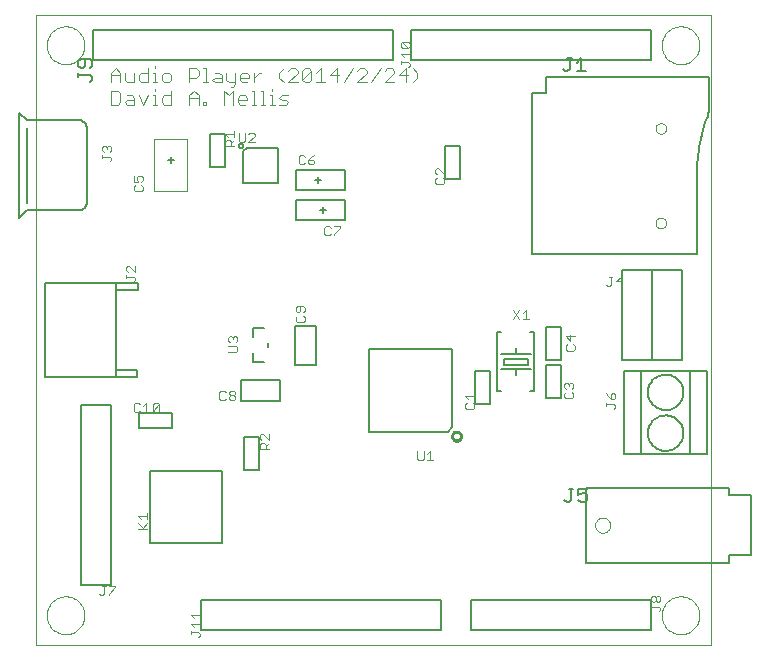
<source format=gto>
G75*
%MOIN*%
%OFA0B0*%
%FSLAX24Y24*%
%IPPOS*%
%LPD*%
%AMOC8*
5,1,8,0,0,1.08239X$1,22.5*
%
%ADD10C,0.0000*%
%ADD11C,0.0040*%
%ADD12C,0.0060*%
%ADD13C,0.0100*%
%ADD14C,0.0050*%
D10*
X004872Y000861D02*
X027372Y000861D01*
X027372Y021861D01*
X004872Y021861D01*
X004872Y000861D01*
X005242Y001861D02*
X005244Y001911D01*
X005250Y001961D01*
X005260Y002010D01*
X005274Y002058D01*
X005291Y002105D01*
X005312Y002150D01*
X005337Y002194D01*
X005365Y002235D01*
X005397Y002274D01*
X005431Y002311D01*
X005468Y002345D01*
X005508Y002375D01*
X005550Y002402D01*
X005594Y002426D01*
X005640Y002447D01*
X005687Y002463D01*
X005735Y002476D01*
X005785Y002485D01*
X005834Y002490D01*
X005885Y002491D01*
X005935Y002488D01*
X005984Y002481D01*
X006033Y002470D01*
X006081Y002455D01*
X006127Y002437D01*
X006172Y002415D01*
X006215Y002389D01*
X006256Y002360D01*
X006295Y002328D01*
X006331Y002293D01*
X006363Y002255D01*
X006393Y002215D01*
X006420Y002172D01*
X006443Y002128D01*
X006462Y002082D01*
X006478Y002034D01*
X006490Y001985D01*
X006498Y001936D01*
X006502Y001886D01*
X006502Y001836D01*
X006498Y001786D01*
X006490Y001737D01*
X006478Y001688D01*
X006462Y001640D01*
X006443Y001594D01*
X006420Y001550D01*
X006393Y001507D01*
X006363Y001467D01*
X006331Y001429D01*
X006295Y001394D01*
X006256Y001362D01*
X006215Y001333D01*
X006172Y001307D01*
X006127Y001285D01*
X006081Y001267D01*
X006033Y001252D01*
X005984Y001241D01*
X005935Y001234D01*
X005885Y001231D01*
X005834Y001232D01*
X005785Y001237D01*
X005735Y001246D01*
X005687Y001259D01*
X005640Y001275D01*
X005594Y001296D01*
X005550Y001320D01*
X005508Y001347D01*
X005468Y001377D01*
X005431Y001411D01*
X005397Y001448D01*
X005365Y001487D01*
X005337Y001528D01*
X005312Y001572D01*
X005291Y001617D01*
X005274Y001664D01*
X005260Y001712D01*
X005250Y001761D01*
X005244Y001811D01*
X005242Y001861D01*
X023522Y004861D02*
X023524Y004892D01*
X023530Y004923D01*
X023540Y004953D01*
X023553Y004981D01*
X023570Y005008D01*
X023590Y005032D01*
X023613Y005054D01*
X023638Y005072D01*
X023666Y005087D01*
X023695Y005099D01*
X023725Y005107D01*
X023756Y005111D01*
X023788Y005111D01*
X023819Y005107D01*
X023849Y005099D01*
X023878Y005087D01*
X023906Y005072D01*
X023931Y005054D01*
X023954Y005032D01*
X023974Y005008D01*
X023991Y004981D01*
X024004Y004953D01*
X024014Y004923D01*
X024020Y004892D01*
X024022Y004861D01*
X024020Y004830D01*
X024014Y004799D01*
X024004Y004769D01*
X023991Y004741D01*
X023974Y004714D01*
X023954Y004690D01*
X023931Y004668D01*
X023906Y004650D01*
X023878Y004635D01*
X023849Y004623D01*
X023819Y004615D01*
X023788Y004611D01*
X023756Y004611D01*
X023725Y004615D01*
X023695Y004623D01*
X023666Y004635D01*
X023638Y004650D01*
X023613Y004668D01*
X023590Y004690D01*
X023570Y004714D01*
X023553Y004741D01*
X023540Y004769D01*
X023530Y004799D01*
X023524Y004830D01*
X023522Y004861D01*
X025742Y001861D02*
X025744Y001911D01*
X025750Y001961D01*
X025760Y002010D01*
X025774Y002058D01*
X025791Y002105D01*
X025812Y002150D01*
X025837Y002194D01*
X025865Y002235D01*
X025897Y002274D01*
X025931Y002311D01*
X025968Y002345D01*
X026008Y002375D01*
X026050Y002402D01*
X026094Y002426D01*
X026140Y002447D01*
X026187Y002463D01*
X026235Y002476D01*
X026285Y002485D01*
X026334Y002490D01*
X026385Y002491D01*
X026435Y002488D01*
X026484Y002481D01*
X026533Y002470D01*
X026581Y002455D01*
X026627Y002437D01*
X026672Y002415D01*
X026715Y002389D01*
X026756Y002360D01*
X026795Y002328D01*
X026831Y002293D01*
X026863Y002255D01*
X026893Y002215D01*
X026920Y002172D01*
X026943Y002128D01*
X026962Y002082D01*
X026978Y002034D01*
X026990Y001985D01*
X026998Y001936D01*
X027002Y001886D01*
X027002Y001836D01*
X026998Y001786D01*
X026990Y001737D01*
X026978Y001688D01*
X026962Y001640D01*
X026943Y001594D01*
X026920Y001550D01*
X026893Y001507D01*
X026863Y001467D01*
X026831Y001429D01*
X026795Y001394D01*
X026756Y001362D01*
X026715Y001333D01*
X026672Y001307D01*
X026627Y001285D01*
X026581Y001267D01*
X026533Y001252D01*
X026484Y001241D01*
X026435Y001234D01*
X026385Y001231D01*
X026334Y001232D01*
X026285Y001237D01*
X026235Y001246D01*
X026187Y001259D01*
X026140Y001275D01*
X026094Y001296D01*
X026050Y001320D01*
X026008Y001347D01*
X025968Y001377D01*
X025931Y001411D01*
X025897Y001448D01*
X025865Y001487D01*
X025837Y001528D01*
X025812Y001572D01*
X025791Y001617D01*
X025774Y001664D01*
X025760Y001712D01*
X025750Y001761D01*
X025744Y001811D01*
X025742Y001861D01*
X025538Y014937D02*
X025540Y014963D01*
X025546Y014989D01*
X025555Y015013D01*
X025568Y015036D01*
X025585Y015056D01*
X025604Y015074D01*
X025626Y015089D01*
X025649Y015100D01*
X025674Y015108D01*
X025700Y015112D01*
X025726Y015112D01*
X025752Y015108D01*
X025777Y015100D01*
X025801Y015089D01*
X025822Y015074D01*
X025841Y015056D01*
X025858Y015036D01*
X025871Y015013D01*
X025880Y014989D01*
X025886Y014963D01*
X025888Y014937D01*
X025886Y014911D01*
X025880Y014885D01*
X025871Y014861D01*
X025858Y014838D01*
X025841Y014818D01*
X025822Y014800D01*
X025800Y014785D01*
X025777Y014774D01*
X025752Y014766D01*
X025726Y014762D01*
X025700Y014762D01*
X025674Y014766D01*
X025649Y014774D01*
X025625Y014785D01*
X025604Y014800D01*
X025585Y014818D01*
X025568Y014838D01*
X025555Y014861D01*
X025546Y014885D01*
X025540Y014911D01*
X025538Y014937D01*
X025538Y018087D02*
X025540Y018113D01*
X025546Y018139D01*
X025555Y018163D01*
X025568Y018186D01*
X025585Y018206D01*
X025604Y018224D01*
X025626Y018239D01*
X025649Y018250D01*
X025674Y018258D01*
X025700Y018262D01*
X025726Y018262D01*
X025752Y018258D01*
X025777Y018250D01*
X025801Y018239D01*
X025822Y018224D01*
X025841Y018206D01*
X025858Y018186D01*
X025871Y018163D01*
X025880Y018139D01*
X025886Y018113D01*
X025888Y018087D01*
X025886Y018061D01*
X025880Y018035D01*
X025871Y018011D01*
X025858Y017988D01*
X025841Y017968D01*
X025822Y017950D01*
X025800Y017935D01*
X025777Y017924D01*
X025752Y017916D01*
X025726Y017912D01*
X025700Y017912D01*
X025674Y017916D01*
X025649Y017924D01*
X025625Y017935D01*
X025604Y017950D01*
X025585Y017968D01*
X025568Y017988D01*
X025555Y018011D01*
X025546Y018035D01*
X025540Y018061D01*
X025538Y018087D01*
X025742Y020861D02*
X025744Y020911D01*
X025750Y020961D01*
X025760Y021010D01*
X025774Y021058D01*
X025791Y021105D01*
X025812Y021150D01*
X025837Y021194D01*
X025865Y021235D01*
X025897Y021274D01*
X025931Y021311D01*
X025968Y021345D01*
X026008Y021375D01*
X026050Y021402D01*
X026094Y021426D01*
X026140Y021447D01*
X026187Y021463D01*
X026235Y021476D01*
X026285Y021485D01*
X026334Y021490D01*
X026385Y021491D01*
X026435Y021488D01*
X026484Y021481D01*
X026533Y021470D01*
X026581Y021455D01*
X026627Y021437D01*
X026672Y021415D01*
X026715Y021389D01*
X026756Y021360D01*
X026795Y021328D01*
X026831Y021293D01*
X026863Y021255D01*
X026893Y021215D01*
X026920Y021172D01*
X026943Y021128D01*
X026962Y021082D01*
X026978Y021034D01*
X026990Y020985D01*
X026998Y020936D01*
X027002Y020886D01*
X027002Y020836D01*
X026998Y020786D01*
X026990Y020737D01*
X026978Y020688D01*
X026962Y020640D01*
X026943Y020594D01*
X026920Y020550D01*
X026893Y020507D01*
X026863Y020467D01*
X026831Y020429D01*
X026795Y020394D01*
X026756Y020362D01*
X026715Y020333D01*
X026672Y020307D01*
X026627Y020285D01*
X026581Y020267D01*
X026533Y020252D01*
X026484Y020241D01*
X026435Y020234D01*
X026385Y020231D01*
X026334Y020232D01*
X026285Y020237D01*
X026235Y020246D01*
X026187Y020259D01*
X026140Y020275D01*
X026094Y020296D01*
X026050Y020320D01*
X026008Y020347D01*
X025968Y020377D01*
X025931Y020411D01*
X025897Y020448D01*
X025865Y020487D01*
X025837Y020528D01*
X025812Y020572D01*
X025791Y020617D01*
X025774Y020664D01*
X025760Y020712D01*
X025750Y020761D01*
X025744Y020811D01*
X025742Y020861D01*
X005242Y020861D02*
X005244Y020911D01*
X005250Y020961D01*
X005260Y021010D01*
X005274Y021058D01*
X005291Y021105D01*
X005312Y021150D01*
X005337Y021194D01*
X005365Y021235D01*
X005397Y021274D01*
X005431Y021311D01*
X005468Y021345D01*
X005508Y021375D01*
X005550Y021402D01*
X005594Y021426D01*
X005640Y021447D01*
X005687Y021463D01*
X005735Y021476D01*
X005785Y021485D01*
X005834Y021490D01*
X005885Y021491D01*
X005935Y021488D01*
X005984Y021481D01*
X006033Y021470D01*
X006081Y021455D01*
X006127Y021437D01*
X006172Y021415D01*
X006215Y021389D01*
X006256Y021360D01*
X006295Y021328D01*
X006331Y021293D01*
X006363Y021255D01*
X006393Y021215D01*
X006420Y021172D01*
X006443Y021128D01*
X006462Y021082D01*
X006478Y021034D01*
X006490Y020985D01*
X006498Y020936D01*
X006502Y020886D01*
X006502Y020836D01*
X006498Y020786D01*
X006490Y020737D01*
X006478Y020688D01*
X006462Y020640D01*
X006443Y020594D01*
X006420Y020550D01*
X006393Y020507D01*
X006363Y020467D01*
X006331Y020429D01*
X006295Y020394D01*
X006256Y020362D01*
X006215Y020333D01*
X006172Y020307D01*
X006127Y020285D01*
X006081Y020267D01*
X006033Y020252D01*
X005984Y020241D01*
X005935Y020234D01*
X005885Y020231D01*
X005834Y020232D01*
X005785Y020237D01*
X005735Y020246D01*
X005687Y020259D01*
X005640Y020275D01*
X005594Y020296D01*
X005550Y020320D01*
X005508Y020347D01*
X005468Y020377D01*
X005431Y020411D01*
X005397Y020448D01*
X005365Y020487D01*
X005337Y020528D01*
X005312Y020572D01*
X005291Y020617D01*
X005274Y020664D01*
X005260Y020712D01*
X005250Y020761D01*
X005244Y020811D01*
X005242Y020861D01*
D11*
X007392Y019938D02*
X007392Y019631D01*
X007392Y019861D02*
X007699Y019861D01*
X007699Y019938D02*
X007699Y019631D01*
X007852Y019707D02*
X007929Y019631D01*
X008159Y019631D01*
X008159Y019938D01*
X008313Y019861D02*
X008313Y019707D01*
X008389Y019631D01*
X008620Y019631D01*
X008620Y020091D01*
X008620Y019938D02*
X008389Y019938D01*
X008313Y019861D01*
X008773Y019938D02*
X008850Y019938D01*
X008850Y019631D01*
X008773Y019631D02*
X008927Y019631D01*
X009080Y019707D02*
X009157Y019631D01*
X009310Y019631D01*
X009387Y019707D01*
X009387Y019861D01*
X009310Y019938D01*
X009157Y019938D01*
X009080Y019861D01*
X009080Y019707D01*
X008850Y019418D02*
X008850Y019341D01*
X008850Y019188D02*
X008850Y018881D01*
X008773Y018881D02*
X008927Y018881D01*
X009080Y018957D02*
X009157Y018881D01*
X009387Y018881D01*
X009387Y019341D01*
X009387Y019188D02*
X009157Y019188D01*
X009080Y019111D01*
X009080Y018957D01*
X008850Y019188D02*
X008773Y019188D01*
X008620Y019188D02*
X008466Y018881D01*
X008313Y019188D01*
X008159Y019111D02*
X008159Y018881D01*
X007929Y018881D01*
X007852Y018957D01*
X007929Y019034D01*
X008159Y019034D01*
X008159Y019111D02*
X008083Y019188D01*
X007929Y019188D01*
X007699Y019264D02*
X007699Y018957D01*
X007622Y018881D01*
X007392Y018881D01*
X007392Y019341D01*
X007622Y019341D01*
X007699Y019264D01*
X007852Y019707D02*
X007852Y019938D01*
X007699Y019938D02*
X007545Y020091D01*
X007392Y019938D01*
X008850Y020091D02*
X008850Y020168D01*
X010001Y020091D02*
X010001Y019631D01*
X010001Y019784D02*
X010231Y019784D01*
X010308Y019861D01*
X010308Y020014D01*
X010231Y020091D01*
X010001Y020091D01*
X010461Y020091D02*
X010538Y020091D01*
X010538Y019631D01*
X010461Y019631D02*
X010615Y019631D01*
X010768Y019707D02*
X010845Y019784D01*
X011075Y019784D01*
X011075Y019861D02*
X011075Y019631D01*
X010845Y019631D01*
X010768Y019707D01*
X010845Y019938D02*
X010998Y019938D01*
X011075Y019861D01*
X011229Y019938D02*
X011229Y019707D01*
X011305Y019631D01*
X011535Y019631D01*
X011535Y019554D02*
X011459Y019477D01*
X011382Y019477D01*
X011459Y019341D02*
X011305Y019188D01*
X011152Y019341D01*
X011152Y018881D01*
X011459Y018881D02*
X011459Y019341D01*
X011535Y019554D02*
X011535Y019938D01*
X011689Y019861D02*
X011766Y019938D01*
X011919Y019938D01*
X011996Y019861D01*
X011996Y019784D01*
X011689Y019784D01*
X011689Y019707D02*
X011689Y019861D01*
X011689Y019707D02*
X011766Y019631D01*
X011919Y019631D01*
X012149Y019631D02*
X012149Y019938D01*
X012303Y019938D02*
X012380Y019938D01*
X012303Y019938D02*
X012149Y019784D01*
X012149Y019341D02*
X012149Y018881D01*
X012073Y018881D02*
X012226Y018881D01*
X012380Y018881D02*
X012533Y018881D01*
X012456Y018881D02*
X012456Y019341D01*
X012380Y019341D01*
X012149Y019341D02*
X012073Y019341D01*
X011919Y019111D02*
X011919Y019034D01*
X011612Y019034D01*
X011612Y018957D02*
X011612Y019111D01*
X011689Y019188D01*
X011842Y019188D01*
X011919Y019111D01*
X011842Y018881D02*
X011689Y018881D01*
X011612Y018957D01*
X010538Y018957D02*
X010538Y018881D01*
X010461Y018881D01*
X010461Y018957D01*
X010538Y018957D01*
X010308Y018881D02*
X010308Y019188D01*
X010154Y019341D01*
X010001Y019188D01*
X010001Y018881D01*
X010001Y019111D02*
X010308Y019111D01*
X011192Y017912D02*
X011502Y017912D01*
X011502Y018015D02*
X011502Y017808D01*
X011502Y017693D02*
X011399Y017590D01*
X011399Y017641D02*
X011399Y017486D01*
X011502Y017486D02*
X011192Y017486D01*
X011192Y017641D01*
X011243Y017693D01*
X011347Y017693D01*
X011399Y017641D01*
X011295Y017808D02*
X011192Y017912D01*
X011642Y017941D02*
X011642Y017682D01*
X011694Y017631D01*
X011797Y017631D01*
X011849Y017682D01*
X011849Y017941D01*
X011964Y017889D02*
X012016Y017941D01*
X012119Y017941D01*
X012171Y017889D01*
X012171Y017838D01*
X011964Y017631D01*
X012171Y017631D01*
X012686Y018881D02*
X012840Y018881D01*
X012763Y018881D02*
X012763Y019188D01*
X012686Y019188D01*
X012763Y019341D02*
X012763Y019418D01*
X013070Y019188D02*
X013300Y019188D01*
X013224Y019034D02*
X013070Y019034D01*
X012993Y019111D01*
X013070Y019188D01*
X013224Y019034D02*
X013300Y018957D01*
X013224Y018881D01*
X012993Y018881D01*
X013147Y019631D02*
X012993Y019784D01*
X012993Y019938D01*
X013147Y020091D01*
X013300Y020014D02*
X013377Y020091D01*
X013531Y020091D01*
X013607Y020014D01*
X013607Y019938D01*
X013300Y019631D01*
X013607Y019631D01*
X013761Y019707D02*
X014068Y020014D01*
X014068Y019707D01*
X013991Y019631D01*
X013837Y019631D01*
X013761Y019707D01*
X013761Y020014D01*
X013837Y020091D01*
X013991Y020091D01*
X014068Y020014D01*
X014221Y019938D02*
X014375Y020091D01*
X014375Y019631D01*
X014528Y019631D02*
X014221Y019631D01*
X014681Y019861D02*
X014988Y019861D01*
X014912Y019631D02*
X014912Y020091D01*
X014681Y019861D01*
X015142Y019631D02*
X015449Y020091D01*
X015602Y020014D02*
X015679Y020091D01*
X015832Y020091D01*
X015909Y020014D01*
X015909Y019938D01*
X015602Y019631D01*
X015909Y019631D01*
X016063Y019631D02*
X016370Y020091D01*
X016523Y020014D02*
X016600Y020091D01*
X016753Y020091D01*
X016830Y020014D01*
X016830Y019938D01*
X016523Y019631D01*
X016830Y019631D01*
X016983Y019861D02*
X017290Y019861D01*
X017214Y019631D02*
X017214Y020091D01*
X016983Y019861D01*
X017042Y020234D02*
X017042Y020338D01*
X017042Y020286D02*
X017300Y020286D01*
X017352Y020234D01*
X017352Y020182D01*
X017300Y020131D01*
X017444Y020091D02*
X017597Y019938D01*
X017597Y019784D01*
X017444Y019631D01*
X017352Y020453D02*
X017352Y020660D01*
X017352Y020556D02*
X017042Y020556D01*
X017145Y020453D01*
X017093Y020775D02*
X017042Y020827D01*
X017042Y020930D01*
X017093Y020982D01*
X017300Y020775D01*
X017352Y020827D01*
X017352Y020930D01*
X017300Y020982D01*
X017093Y020982D01*
X017093Y020775D02*
X017300Y020775D01*
X014166Y017200D02*
X014063Y017148D01*
X013959Y017045D01*
X014114Y017045D01*
X014166Y016993D01*
X014166Y016941D01*
X014114Y016890D01*
X014011Y016890D01*
X013959Y016941D01*
X013959Y017045D01*
X013844Y017148D02*
X013792Y017200D01*
X013689Y017200D01*
X013637Y017148D01*
X013637Y016941D01*
X013689Y016890D01*
X013792Y016890D01*
X013844Y016941D01*
X014554Y014832D02*
X014502Y014780D01*
X014502Y014574D01*
X014554Y014522D01*
X014657Y014522D01*
X014709Y014574D01*
X014825Y014574D02*
X014825Y014522D01*
X014825Y014574D02*
X015031Y014780D01*
X015031Y014832D01*
X014825Y014832D01*
X014709Y014780D02*
X014657Y014832D01*
X014554Y014832D01*
X018192Y016282D02*
X018243Y016231D01*
X018450Y016231D01*
X018502Y016282D01*
X018502Y016386D01*
X018450Y016438D01*
X018502Y016553D02*
X018295Y016760D01*
X018243Y016760D01*
X018192Y016708D01*
X018192Y016605D01*
X018243Y016553D01*
X018243Y016438D02*
X018192Y016386D01*
X018192Y016282D01*
X018502Y016553D02*
X018502Y016760D01*
X023995Y013141D02*
X024099Y013141D01*
X024047Y013141D02*
X024047Y012882D01*
X023995Y012831D01*
X023944Y012831D01*
X023892Y012882D01*
X024214Y012986D02*
X024421Y012986D01*
X024369Y012831D02*
X024369Y013141D01*
X024214Y012986D01*
X022852Y011158D02*
X022542Y011158D01*
X022697Y011003D01*
X022697Y011210D01*
X022800Y010888D02*
X022852Y010836D01*
X022852Y010732D01*
X022800Y010681D01*
X022593Y010681D01*
X022542Y010732D01*
X022542Y010836D01*
X022593Y010888D01*
X021321Y011731D02*
X021114Y011731D01*
X021218Y011731D02*
X021218Y012041D01*
X021114Y011938D01*
X020999Y012041D02*
X020792Y011731D01*
X020999Y011731D02*
X020792Y012041D01*
X022543Y009615D02*
X022595Y009615D01*
X022647Y009564D01*
X022699Y009615D01*
X022750Y009615D01*
X022802Y009564D01*
X022802Y009460D01*
X022750Y009408D01*
X022750Y009293D02*
X022802Y009241D01*
X022802Y009138D01*
X022750Y009086D01*
X022543Y009086D01*
X022492Y009138D01*
X022492Y009241D01*
X022543Y009293D01*
X022543Y009408D02*
X022492Y009460D01*
X022492Y009564D01*
X022543Y009615D01*
X022647Y009564D02*
X022647Y009512D01*
X023892Y009265D02*
X023943Y009162D01*
X024047Y009058D01*
X024047Y009214D01*
X024099Y009265D01*
X024150Y009265D01*
X024202Y009214D01*
X024202Y009110D01*
X024150Y009058D01*
X024047Y009058D01*
X023892Y008943D02*
X023892Y008840D01*
X023892Y008891D02*
X024150Y008891D01*
X024202Y008840D01*
X024202Y008788D01*
X024150Y008736D01*
X019502Y008782D02*
X019502Y008886D01*
X019450Y008938D01*
X019502Y009053D02*
X019502Y009260D01*
X019502Y009156D02*
X019192Y009156D01*
X019295Y009053D01*
X019243Y008938D02*
X019192Y008886D01*
X019192Y008782D01*
X019243Y008731D01*
X019450Y008731D01*
X019502Y008782D01*
X018023Y007341D02*
X018023Y007031D01*
X017920Y007031D02*
X018127Y007031D01*
X017920Y007238D02*
X018023Y007341D01*
X017804Y007341D02*
X017804Y007082D01*
X017753Y007031D01*
X017649Y007031D01*
X017597Y007082D01*
X017597Y007341D01*
X012652Y007386D02*
X012342Y007386D01*
X012342Y007541D01*
X012393Y007593D01*
X012497Y007593D01*
X012549Y007541D01*
X012549Y007386D01*
X012549Y007490D02*
X012652Y007593D01*
X012652Y007708D02*
X012445Y007915D01*
X012393Y007915D01*
X012342Y007864D01*
X012342Y007760D01*
X012393Y007708D01*
X012652Y007708D02*
X012652Y007915D01*
X011527Y009082D02*
X011475Y009031D01*
X011371Y009031D01*
X011320Y009082D01*
X011320Y009134D01*
X011371Y009186D01*
X011475Y009186D01*
X011527Y009134D01*
X011527Y009082D01*
X011475Y009186D02*
X011527Y009238D01*
X011527Y009289D01*
X011475Y009341D01*
X011371Y009341D01*
X011320Y009289D01*
X011320Y009238D01*
X011371Y009186D01*
X011204Y009289D02*
X011153Y009341D01*
X011049Y009341D01*
X010997Y009289D01*
X010997Y009082D01*
X011049Y009031D01*
X011153Y009031D01*
X011204Y009082D01*
X011292Y010631D02*
X011550Y010631D01*
X011602Y010682D01*
X011602Y010786D01*
X011550Y010838D01*
X011292Y010838D01*
X011343Y010953D02*
X011292Y011005D01*
X011292Y011108D01*
X011343Y011160D01*
X011395Y011160D01*
X011447Y011108D01*
X011499Y011160D01*
X011550Y011160D01*
X011602Y011108D01*
X011602Y011005D01*
X011550Y010953D01*
X011447Y011056D02*
X011447Y011108D01*
X013542Y011682D02*
X013593Y011631D01*
X013800Y011631D01*
X013852Y011682D01*
X013852Y011786D01*
X013800Y011838D01*
X013800Y011953D02*
X013852Y012005D01*
X013852Y012108D01*
X013800Y012160D01*
X013593Y012160D01*
X013542Y012108D01*
X013542Y012005D01*
X013593Y011953D01*
X013645Y011953D01*
X013697Y012005D01*
X013697Y012160D01*
X013593Y011838D02*
X013542Y011786D01*
X013542Y011682D01*
X008993Y008889D02*
X008993Y008682D01*
X008942Y008631D01*
X008838Y008631D01*
X008786Y008682D01*
X008993Y008889D01*
X008942Y008941D01*
X008838Y008941D01*
X008786Y008889D01*
X008786Y008682D01*
X008671Y008631D02*
X008464Y008631D01*
X008568Y008631D02*
X008568Y008941D01*
X008464Y008838D01*
X008349Y008889D02*
X008297Y008941D01*
X008194Y008941D01*
X008142Y008889D01*
X008142Y008682D01*
X008194Y008631D01*
X008297Y008631D01*
X008349Y008682D01*
X008602Y005260D02*
X008602Y005053D01*
X008602Y005156D02*
X008292Y005156D01*
X008395Y005053D01*
X008292Y004938D02*
X008499Y004731D01*
X008447Y004782D02*
X008602Y004938D01*
X008602Y004731D02*
X008292Y004731D01*
X007527Y002841D02*
X007527Y002789D01*
X007320Y002582D01*
X007320Y002531D01*
X007153Y002582D02*
X007153Y002841D01*
X007204Y002841D02*
X007101Y002841D01*
X007320Y002841D02*
X007527Y002841D01*
X007153Y002582D02*
X007101Y002531D01*
X007049Y002531D01*
X006997Y002582D01*
X010042Y001879D02*
X010352Y001879D01*
X010352Y001982D02*
X010352Y001775D01*
X010352Y001660D02*
X010352Y001453D01*
X010352Y001556D02*
X010042Y001556D01*
X010145Y001453D01*
X010042Y001338D02*
X010042Y001234D01*
X010042Y001286D02*
X010300Y001286D01*
X010352Y001234D01*
X010352Y001182D01*
X010300Y001131D01*
X010145Y001775D02*
X010042Y001879D01*
X025392Y002090D02*
X025392Y002193D01*
X025392Y002141D02*
X025650Y002141D01*
X025702Y002090D01*
X025702Y002038D01*
X025650Y001986D01*
X025650Y002308D02*
X025599Y002308D01*
X025547Y002360D01*
X025547Y002464D01*
X025599Y002515D01*
X025650Y002515D01*
X025702Y002464D01*
X025702Y002360D01*
X025650Y002308D01*
X025547Y002360D02*
X025495Y002308D01*
X025443Y002308D01*
X025392Y002360D01*
X025392Y002464D01*
X025443Y002515D01*
X025495Y002515D01*
X025547Y002464D01*
X008202Y013038D02*
X008150Y012986D01*
X008202Y013038D02*
X008202Y013090D01*
X008150Y013141D01*
X007892Y013141D01*
X007892Y013090D02*
X007892Y013193D01*
X007943Y013308D02*
X007892Y013360D01*
X007892Y013464D01*
X007943Y013515D01*
X007995Y013515D01*
X008202Y013308D01*
X008202Y013515D01*
X008193Y015986D02*
X008400Y015986D01*
X008452Y016038D01*
X008452Y016141D01*
X008400Y016193D01*
X008400Y016308D02*
X008452Y016360D01*
X008452Y016464D01*
X008400Y016515D01*
X008297Y016515D01*
X008245Y016464D01*
X008245Y016412D01*
X008297Y016308D01*
X008142Y016308D01*
X008142Y016515D01*
X008193Y016193D02*
X008142Y016141D01*
X008142Y016038D01*
X008193Y015986D01*
X008822Y015986D02*
X008822Y017736D01*
X009922Y017736D01*
X009922Y015986D01*
X008822Y015986D01*
X007402Y017038D02*
X007402Y017090D01*
X007350Y017141D01*
X007092Y017141D01*
X007092Y017090D02*
X007092Y017193D01*
X007143Y017308D02*
X007092Y017360D01*
X007092Y017464D01*
X007143Y017515D01*
X007195Y017515D01*
X007247Y017464D01*
X007299Y017515D01*
X007350Y017515D01*
X007402Y017464D01*
X007402Y017360D01*
X007350Y017308D01*
X007247Y017412D02*
X007247Y017464D01*
X007402Y017038D02*
X007350Y016986D01*
D12*
X015992Y010741D02*
X018752Y010741D01*
X018752Y008121D01*
X018612Y007981D01*
X015992Y007981D01*
X015992Y010741D01*
X022649Y006081D02*
X022796Y006081D01*
X022722Y006081D02*
X022722Y005714D01*
X022649Y005641D01*
X022575Y005641D01*
X022502Y005714D01*
X022962Y005714D02*
X023036Y005641D01*
X023183Y005641D01*
X023256Y005714D01*
X023256Y005861D01*
X023183Y005934D01*
X023109Y005934D01*
X022962Y005861D01*
X022962Y006081D01*
X023256Y006081D01*
X023206Y019991D02*
X022912Y019991D01*
X023059Y019991D02*
X023059Y020431D01*
X022912Y020284D01*
X022746Y020431D02*
X022599Y020431D01*
X022672Y020431D02*
X022672Y020064D01*
X022599Y019991D01*
X022525Y019991D01*
X022452Y020064D01*
D13*
X018752Y007831D02*
X018754Y007855D01*
X018760Y007879D01*
X018769Y007901D01*
X018782Y007921D01*
X018798Y007939D01*
X018817Y007954D01*
X018838Y007967D01*
X018860Y007975D01*
X018884Y007980D01*
X018908Y007981D01*
X018932Y007978D01*
X018955Y007971D01*
X018977Y007961D01*
X018997Y007947D01*
X019014Y007930D01*
X019029Y007911D01*
X019040Y007890D01*
X019048Y007867D01*
X019052Y007843D01*
X019052Y007819D01*
X019048Y007795D01*
X019040Y007772D01*
X019029Y007751D01*
X019014Y007732D01*
X018997Y007715D01*
X018977Y007701D01*
X018955Y007691D01*
X018932Y007684D01*
X018908Y007681D01*
X018884Y007682D01*
X018860Y007687D01*
X018838Y007695D01*
X018817Y007708D01*
X018798Y007723D01*
X018782Y007741D01*
X018769Y007761D01*
X018760Y007783D01*
X018754Y007807D01*
X018752Y007831D01*
D14*
X019522Y008911D02*
X020022Y008911D01*
X020022Y010011D01*
X019522Y010011D01*
X019522Y008911D01*
X020242Y009326D02*
X020400Y009326D01*
X020242Y009326D02*
X020242Y011295D01*
X020400Y011295D01*
X020872Y010761D02*
X020872Y010561D01*
X020372Y010561D01*
X020472Y010411D02*
X020472Y010211D01*
X021272Y010211D01*
X021272Y010411D01*
X020472Y010411D01*
X020872Y010561D02*
X021372Y010561D01*
X021372Y010061D02*
X020872Y010061D01*
X020872Y009861D01*
X020872Y010061D02*
X020372Y010061D01*
X021344Y009326D02*
X021502Y009326D01*
X021502Y011295D01*
X021344Y011295D01*
X021872Y011461D02*
X022372Y011461D01*
X022372Y010361D01*
X021872Y010361D01*
X021872Y011461D01*
X021872Y010211D02*
X022372Y010211D01*
X022372Y009111D01*
X021872Y009111D01*
X021872Y010211D01*
X024422Y010361D02*
X024422Y013361D01*
X025422Y013361D01*
X025422Y010361D01*
X024422Y010361D01*
X024494Y009989D02*
X025045Y009989D01*
X025045Y007233D01*
X024494Y007233D01*
X024494Y009989D01*
X025045Y009989D02*
X026699Y009989D01*
X026699Y007233D01*
X025045Y007233D01*
X025281Y007930D02*
X025283Y007978D01*
X025289Y008026D01*
X025299Y008073D01*
X025312Y008119D01*
X025330Y008164D01*
X025350Y008208D01*
X025375Y008250D01*
X025403Y008289D01*
X025433Y008326D01*
X025467Y008360D01*
X025504Y008392D01*
X025542Y008421D01*
X025583Y008446D01*
X025626Y008468D01*
X025671Y008486D01*
X025717Y008500D01*
X025764Y008511D01*
X025812Y008518D01*
X025860Y008521D01*
X025908Y008520D01*
X025956Y008515D01*
X026004Y008506D01*
X026050Y008494D01*
X026095Y008477D01*
X026139Y008457D01*
X026181Y008434D01*
X026221Y008407D01*
X026259Y008377D01*
X026294Y008344D01*
X026326Y008308D01*
X026356Y008270D01*
X026382Y008229D01*
X026404Y008186D01*
X026424Y008142D01*
X026439Y008097D01*
X026451Y008050D01*
X026459Y008002D01*
X026463Y007954D01*
X026463Y007906D01*
X026459Y007858D01*
X026451Y007810D01*
X026439Y007763D01*
X026424Y007718D01*
X026404Y007674D01*
X026382Y007631D01*
X026356Y007590D01*
X026326Y007552D01*
X026294Y007516D01*
X026259Y007483D01*
X026221Y007453D01*
X026181Y007426D01*
X026139Y007403D01*
X026095Y007383D01*
X026050Y007366D01*
X026004Y007354D01*
X025956Y007345D01*
X025908Y007340D01*
X025860Y007339D01*
X025812Y007342D01*
X025764Y007349D01*
X025717Y007360D01*
X025671Y007374D01*
X025626Y007392D01*
X025583Y007414D01*
X025542Y007439D01*
X025504Y007468D01*
X025467Y007500D01*
X025433Y007534D01*
X025403Y007571D01*
X025375Y007610D01*
X025350Y007652D01*
X025330Y007696D01*
X025312Y007741D01*
X025299Y007787D01*
X025289Y007834D01*
X025283Y007882D01*
X025281Y007930D01*
X026699Y007233D02*
X027250Y007233D01*
X027250Y009989D01*
X026699Y009989D01*
X026422Y010361D02*
X025422Y010361D01*
X026422Y010361D02*
X026422Y013361D01*
X025422Y013361D01*
X026922Y013911D02*
X021422Y013911D01*
X021422Y019261D01*
X021872Y019261D01*
X021872Y019811D01*
X027322Y019811D01*
X027322Y018814D01*
X027321Y018757D01*
X027316Y018699D01*
X027309Y018642D01*
X027298Y018586D01*
X027285Y018530D01*
X027269Y018475D01*
X027250Y018420D01*
X026922Y016641D02*
X026922Y013911D01*
X026922Y016641D02*
X026924Y016781D01*
X026930Y016921D01*
X026940Y017060D01*
X026953Y017200D01*
X026971Y017339D01*
X026992Y017477D01*
X027018Y017615D01*
X027047Y017752D01*
X027080Y017888D01*
X027117Y018023D01*
X027157Y018157D01*
X027202Y018289D01*
X027250Y018421D01*
X025372Y020361D02*
X017372Y020361D01*
X017372Y021361D01*
X025372Y021361D01*
X025372Y020361D01*
X019022Y017511D02*
X019022Y016411D01*
X018522Y016411D01*
X018522Y017511D01*
X019022Y017511D01*
X015197Y016686D02*
X015197Y016036D01*
X013547Y016036D01*
X013547Y016686D01*
X015197Y016686D01*
X014397Y016361D02*
X014197Y016361D01*
X014297Y016261D02*
X014297Y016461D01*
X013547Y015686D02*
X015197Y015686D01*
X015197Y015036D01*
X013547Y015036D01*
X013547Y015686D01*
X012962Y016270D02*
X011781Y016270D01*
X011781Y017323D01*
X011909Y017451D01*
X012962Y017451D01*
X012962Y016270D01*
X014347Y015361D02*
X014547Y015361D01*
X014447Y015461D02*
X014447Y015261D01*
X011642Y017511D02*
X011644Y017528D01*
X011649Y017545D01*
X011658Y017559D01*
X011670Y017572D01*
X011685Y017582D01*
X011701Y017588D01*
X011718Y017591D01*
X011735Y017590D01*
X011752Y017585D01*
X011767Y017577D01*
X011780Y017566D01*
X011791Y017552D01*
X011798Y017537D01*
X011802Y017520D01*
X011802Y017502D01*
X011798Y017485D01*
X011791Y017470D01*
X011780Y017456D01*
X011767Y017445D01*
X011752Y017437D01*
X011735Y017432D01*
X011718Y017431D01*
X011701Y017434D01*
X011685Y017440D01*
X011670Y017450D01*
X011658Y017463D01*
X011649Y017477D01*
X011644Y017494D01*
X011642Y017511D01*
X011172Y017911D02*
X010672Y017911D01*
X010672Y016811D01*
X011172Y016811D01*
X011172Y017911D01*
X009472Y017036D02*
X009272Y017036D01*
X009372Y017136D02*
X009372Y016936D01*
X006572Y018111D02*
X006572Y015611D01*
X006570Y015581D01*
X006565Y015551D01*
X006556Y015522D01*
X006543Y015495D01*
X006528Y015469D01*
X006509Y015445D01*
X006488Y015424D01*
X006464Y015405D01*
X006438Y015390D01*
X006411Y015377D01*
X006382Y015368D01*
X006352Y015363D01*
X006322Y015361D01*
X004572Y015361D01*
X004322Y015111D01*
X004322Y018611D01*
X004572Y018361D01*
X006322Y018361D01*
X006352Y018359D01*
X006382Y018354D01*
X006411Y018345D01*
X006438Y018332D01*
X006464Y018317D01*
X006488Y018298D01*
X006509Y018277D01*
X006528Y018253D01*
X006543Y018227D01*
X006556Y018200D01*
X006565Y018171D01*
X006570Y018141D01*
X006572Y018111D01*
X004572Y018111D02*
X004572Y015611D01*
X005191Y012935D02*
X007553Y012935D01*
X008272Y012935D01*
X008272Y012699D01*
X007553Y012699D01*
X007553Y010022D01*
X008262Y010022D01*
X008262Y009786D01*
X007553Y009786D01*
X005191Y009786D01*
X005191Y012935D01*
X007553Y012935D02*
X007553Y012699D01*
X007553Y010022D02*
X007553Y009786D01*
X007372Y008861D02*
X006372Y008861D01*
X006372Y002861D01*
X007372Y002861D01*
X007372Y008861D01*
X008322Y008611D02*
X008322Y008111D01*
X009422Y008111D01*
X009422Y008611D01*
X008322Y008611D01*
X008672Y006661D02*
X011072Y006661D01*
X011072Y004261D01*
X008672Y004261D01*
X008672Y006661D01*
X011822Y006711D02*
X011822Y007811D01*
X012322Y007811D01*
X012322Y006711D01*
X011822Y006711D01*
X011722Y009011D02*
X013022Y009011D01*
X013022Y009711D01*
X011722Y009711D01*
X011722Y009011D01*
X012122Y010286D02*
X012472Y010286D01*
X012122Y010286D02*
X012122Y010586D01*
X012622Y010786D02*
X012622Y010936D01*
X012122Y011136D02*
X012122Y011436D01*
X012472Y011436D01*
X013522Y011511D02*
X013522Y010211D01*
X014222Y010211D01*
X014222Y011511D01*
X013522Y011511D01*
X023222Y006111D02*
X023222Y003611D01*
X027972Y003611D01*
X027972Y003861D01*
X028722Y003861D01*
X028722Y005861D01*
X027972Y005861D01*
X027972Y006111D01*
X023222Y006111D01*
X025281Y009292D02*
X025283Y009340D01*
X025289Y009388D01*
X025299Y009435D01*
X025312Y009481D01*
X025330Y009526D01*
X025350Y009570D01*
X025375Y009612D01*
X025403Y009651D01*
X025433Y009688D01*
X025467Y009722D01*
X025504Y009754D01*
X025542Y009783D01*
X025583Y009808D01*
X025626Y009830D01*
X025671Y009848D01*
X025717Y009862D01*
X025764Y009873D01*
X025812Y009880D01*
X025860Y009883D01*
X025908Y009882D01*
X025956Y009877D01*
X026004Y009868D01*
X026050Y009856D01*
X026095Y009839D01*
X026139Y009819D01*
X026181Y009796D01*
X026221Y009769D01*
X026259Y009739D01*
X026294Y009706D01*
X026326Y009670D01*
X026356Y009632D01*
X026382Y009591D01*
X026404Y009548D01*
X026424Y009504D01*
X026439Y009459D01*
X026451Y009412D01*
X026459Y009364D01*
X026463Y009316D01*
X026463Y009268D01*
X026459Y009220D01*
X026451Y009172D01*
X026439Y009125D01*
X026424Y009080D01*
X026404Y009036D01*
X026382Y008993D01*
X026356Y008952D01*
X026326Y008914D01*
X026294Y008878D01*
X026259Y008845D01*
X026221Y008815D01*
X026181Y008788D01*
X026139Y008765D01*
X026095Y008745D01*
X026050Y008728D01*
X026004Y008716D01*
X025956Y008707D01*
X025908Y008702D01*
X025860Y008701D01*
X025812Y008704D01*
X025764Y008711D01*
X025717Y008722D01*
X025671Y008736D01*
X025626Y008754D01*
X025583Y008776D01*
X025542Y008801D01*
X025504Y008830D01*
X025467Y008862D01*
X025433Y008896D01*
X025403Y008933D01*
X025375Y008972D01*
X025350Y009014D01*
X025330Y009058D01*
X025312Y009103D01*
X025299Y009149D01*
X025289Y009196D01*
X025283Y009244D01*
X025281Y009292D01*
X025372Y002361D02*
X019372Y002361D01*
X019372Y001361D01*
X025372Y001361D01*
X025372Y002361D01*
X018372Y002361D02*
X018372Y001361D01*
X010372Y001361D01*
X010372Y002361D01*
X018372Y002361D01*
X006672Y019636D02*
X006747Y019711D01*
X006747Y019786D01*
X006672Y019861D01*
X006297Y019861D01*
X006297Y019786D02*
X006297Y019936D01*
X006372Y020096D02*
X006297Y020171D01*
X006297Y020321D01*
X006372Y020396D01*
X006672Y020396D01*
X006747Y020321D01*
X006747Y020171D01*
X006672Y020096D01*
X006522Y020171D02*
X006522Y020396D01*
X006522Y020171D02*
X006447Y020096D01*
X006372Y020096D01*
X006772Y020361D02*
X016772Y020361D01*
X016772Y021361D01*
X006772Y021361D01*
X006772Y020361D01*
M02*

</source>
